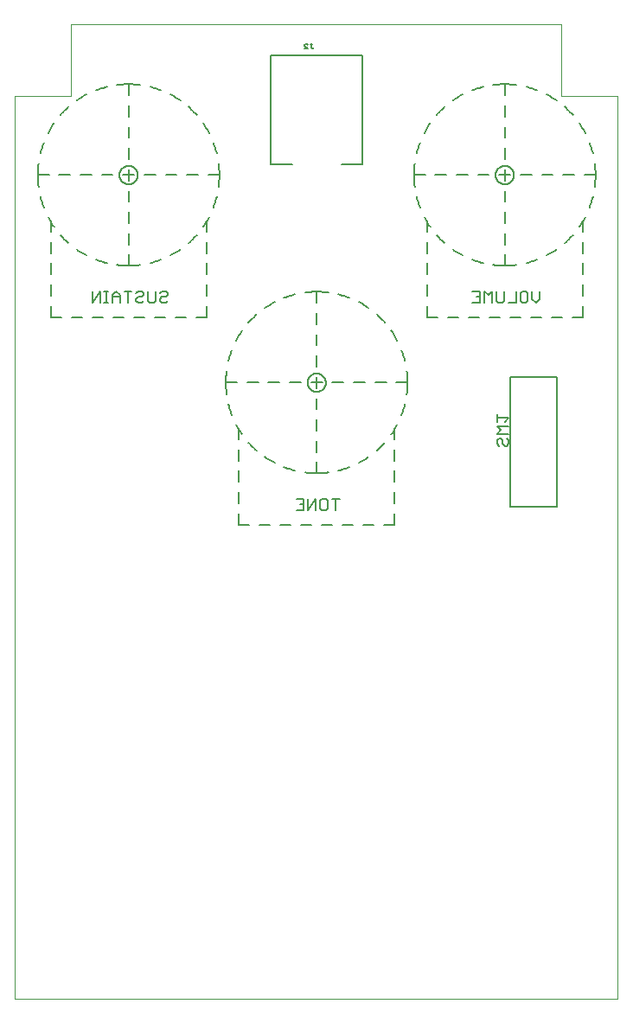
<source format=gbo>
G75*
%MOIN*%
%OFA0B0*%
%FSLAX25Y25*%
%IPPOS*%
%LPD*%
%AMOC8*
5,1,8,0,0,1.08239X$1,22.5*
%
%ADD10C,0.00500*%
%ADD11C,0.00600*%
%ADD12C,0.00800*%
%ADD13C,0.00000*%
D10*
X0091250Y0186663D02*
X0095305Y0186663D01*
X0091250Y0186663D02*
X0091250Y0191001D01*
X0091250Y0194938D02*
X0091250Y0199276D01*
X0091250Y0203213D02*
X0091250Y0207550D01*
X0091250Y0211487D02*
X0091250Y0215825D01*
X0091250Y0219762D02*
X0091250Y0224100D01*
X0090528Y0241600D02*
X0086250Y0241600D01*
X0094465Y0241600D02*
X0098743Y0241600D01*
X0102680Y0241600D02*
X0106959Y0241600D01*
X0110896Y0241600D02*
X0115174Y0241600D01*
X0119111Y0241600D02*
X0123389Y0241600D01*
X0155243Y0249935D02*
X0155057Y0250658D01*
X0154857Y0251377D01*
X0154640Y0252092D01*
X0154409Y0252802D01*
X0154163Y0253507D01*
X0153901Y0254206D01*
X0151972Y0241600D02*
X0156250Y0241600D01*
X0148035Y0241600D02*
X0143757Y0241600D01*
X0139820Y0241600D02*
X0135541Y0241600D01*
X0131604Y0241600D02*
X0127326Y0241600D01*
X0147531Y0264715D02*
X0147032Y0265271D01*
X0146521Y0265815D01*
X0145999Y0266349D01*
X0145465Y0266871D01*
X0144921Y0267382D01*
X0144365Y0267881D01*
X0163750Y0266663D02*
X0167805Y0266663D01*
X0171742Y0266663D02*
X0175797Y0266663D01*
X0179734Y0266663D02*
X0183789Y0266663D01*
X0187726Y0266663D02*
X0191781Y0266663D01*
X0195719Y0266663D02*
X0199774Y0266663D01*
X0203711Y0266663D02*
X0207766Y0266663D01*
X0211703Y0266663D02*
X0215758Y0266663D01*
X0219695Y0266663D02*
X0223750Y0266663D01*
X0223750Y0271001D01*
X0223750Y0274938D02*
X0223750Y0279276D01*
X0223750Y0283213D02*
X0223750Y0287550D01*
X0223750Y0291487D02*
X0223750Y0295825D01*
X0223750Y0299762D02*
X0223750Y0304100D01*
X0224472Y0321600D02*
X0228750Y0321600D01*
X0220535Y0321600D02*
X0216257Y0321600D01*
X0212320Y0321600D02*
X0208041Y0321600D01*
X0204104Y0321600D02*
X0199826Y0321600D01*
X0195889Y0321600D02*
X0191611Y0321600D01*
X0159757Y0329935D02*
X0159943Y0330658D01*
X0160143Y0331377D01*
X0160360Y0332092D01*
X0160591Y0332802D01*
X0160837Y0333507D01*
X0161099Y0334206D01*
X0163028Y0321600D02*
X0158750Y0321600D01*
X0166965Y0321600D02*
X0171243Y0321600D01*
X0175180Y0321600D02*
X0179459Y0321600D01*
X0183396Y0321600D02*
X0187674Y0321600D01*
X0167469Y0344715D02*
X0167968Y0345271D01*
X0168479Y0345815D01*
X0169001Y0346349D01*
X0169535Y0346871D01*
X0170079Y0347382D01*
X0170635Y0347881D01*
X0193750Y0348385D02*
X0193750Y0344107D01*
X0193750Y0340170D02*
X0193750Y0335891D01*
X0193750Y0331954D02*
X0193750Y0327676D01*
X0193750Y0323739D02*
X0193750Y0319461D01*
X0185414Y0287607D02*
X0184691Y0287793D01*
X0183972Y0287994D01*
X0183258Y0288210D01*
X0182548Y0288441D01*
X0181843Y0288688D01*
X0181144Y0288949D01*
X0193750Y0290878D02*
X0193750Y0286600D01*
X0193750Y0294815D02*
X0193750Y0299093D01*
X0193750Y0303030D02*
X0193750Y0307309D01*
X0193750Y0311246D02*
X0193750Y0315524D01*
X0202086Y0287607D02*
X0202809Y0287793D01*
X0203528Y0287994D01*
X0204242Y0288210D01*
X0204952Y0288441D01*
X0205657Y0288688D01*
X0206356Y0288949D01*
X0165041Y0301581D02*
X0164620Y0302198D01*
X0164213Y0302823D01*
X0163819Y0303457D01*
X0163439Y0304100D01*
X0163073Y0304750D01*
X0162720Y0305409D01*
X0163750Y0304100D02*
X0163750Y0299762D01*
X0163750Y0295825D02*
X0163750Y0291487D01*
X0163750Y0287550D02*
X0163750Y0283213D01*
X0163750Y0279276D02*
X0163750Y0274938D01*
X0163750Y0271001D02*
X0163750Y0266663D01*
X0151250Y0224100D02*
X0151250Y0219762D01*
X0151250Y0215825D02*
X0151250Y0211487D01*
X0151250Y0207550D02*
X0151250Y0203213D01*
X0151250Y0199276D02*
X0151250Y0194938D01*
X0151250Y0191001D02*
X0151250Y0186663D01*
X0147195Y0186663D01*
X0143258Y0186663D02*
X0139203Y0186663D01*
X0135266Y0186663D02*
X0131211Y0186663D01*
X0127274Y0186663D02*
X0123219Y0186663D01*
X0119281Y0186663D02*
X0115226Y0186663D01*
X0111289Y0186663D02*
X0107234Y0186663D01*
X0103297Y0186663D02*
X0099242Y0186663D01*
X0121250Y0206600D02*
X0121250Y0210878D01*
X0121250Y0214815D02*
X0121250Y0219093D01*
X0121250Y0223030D02*
X0121250Y0227309D01*
X0121250Y0231246D02*
X0121250Y0235524D01*
X0121250Y0239461D02*
X0121250Y0243739D01*
X0129585Y0275593D02*
X0130308Y0275407D01*
X0131027Y0275207D01*
X0131742Y0274990D01*
X0132452Y0274759D01*
X0133157Y0274513D01*
X0133856Y0274251D01*
X0121250Y0272322D02*
X0121250Y0276600D01*
X0121250Y0268385D02*
X0121250Y0264107D01*
X0121250Y0260170D02*
X0121250Y0255891D01*
X0121250Y0251954D02*
X0121250Y0247676D01*
X0112915Y0275593D02*
X0112192Y0275407D01*
X0111473Y0275207D01*
X0110758Y0274990D01*
X0110048Y0274759D01*
X0109343Y0274513D01*
X0108644Y0274251D01*
X0098135Y0267881D02*
X0097579Y0267382D01*
X0097035Y0266871D01*
X0096501Y0266349D01*
X0095979Y0265815D01*
X0095468Y0265271D01*
X0094969Y0264715D01*
X0078750Y0266663D02*
X0074695Y0266663D01*
X0078750Y0266663D02*
X0078750Y0271001D01*
X0078750Y0274938D02*
X0078750Y0279276D01*
X0078750Y0283213D02*
X0078750Y0287550D01*
X0078750Y0291487D02*
X0078750Y0295825D01*
X0078750Y0299762D02*
X0078750Y0304100D01*
X0079472Y0321600D02*
X0083750Y0321600D01*
X0075535Y0321600D02*
X0071257Y0321600D01*
X0067320Y0321600D02*
X0063041Y0321600D01*
X0059104Y0321600D02*
X0054826Y0321600D01*
X0050889Y0321600D02*
X0046611Y0321600D01*
X0014757Y0329935D02*
X0014943Y0330658D01*
X0015143Y0331377D01*
X0015360Y0332092D01*
X0015591Y0332802D01*
X0015837Y0333507D01*
X0016099Y0334206D01*
X0018028Y0321600D02*
X0013750Y0321600D01*
X0021965Y0321600D02*
X0026243Y0321600D01*
X0030180Y0321600D02*
X0034459Y0321600D01*
X0038396Y0321600D02*
X0042674Y0321600D01*
X0022469Y0344715D02*
X0022968Y0345271D01*
X0023479Y0345815D01*
X0024001Y0346349D01*
X0024535Y0346871D01*
X0025079Y0347382D01*
X0025635Y0347881D01*
X0048750Y0348385D02*
X0048750Y0344107D01*
X0048750Y0340170D02*
X0048750Y0335891D01*
X0048750Y0331954D02*
X0048750Y0327676D01*
X0048750Y0323739D02*
X0048750Y0319461D01*
X0040414Y0287607D02*
X0039691Y0287793D01*
X0038972Y0287994D01*
X0038258Y0288210D01*
X0037548Y0288441D01*
X0036843Y0288688D01*
X0036144Y0288949D01*
X0048750Y0290878D02*
X0048750Y0286600D01*
X0048750Y0294815D02*
X0048750Y0299093D01*
X0048750Y0303030D02*
X0048750Y0307309D01*
X0048750Y0311246D02*
X0048750Y0315524D01*
X0057086Y0287607D02*
X0057809Y0287793D01*
X0058528Y0287994D01*
X0059242Y0288210D01*
X0059952Y0288441D01*
X0060657Y0288688D01*
X0061356Y0288949D01*
X0062766Y0266663D02*
X0058711Y0266663D01*
X0054774Y0266663D02*
X0050719Y0266663D01*
X0046781Y0266663D02*
X0042726Y0266663D01*
X0038789Y0266663D02*
X0034734Y0266663D01*
X0030797Y0266663D02*
X0026742Y0266663D01*
X0022805Y0266663D02*
X0018750Y0266663D01*
X0018750Y0271001D01*
X0018750Y0274938D02*
X0018750Y0279276D01*
X0018750Y0283213D02*
X0018750Y0287550D01*
X0018750Y0291487D02*
X0018750Y0295825D01*
X0018750Y0299762D02*
X0018750Y0304100D01*
X0044283Y0356314D02*
X0045025Y0356401D01*
X0045768Y0356473D01*
X0046512Y0356528D01*
X0047258Y0356568D01*
X0048004Y0356592D01*
X0048750Y0356600D01*
X0048750Y0352322D01*
X0057085Y0355593D02*
X0057808Y0355407D01*
X0058527Y0355207D01*
X0059242Y0354990D01*
X0059952Y0354759D01*
X0060657Y0354513D01*
X0061356Y0354251D01*
X0071865Y0347881D02*
X0072421Y0347382D01*
X0072965Y0346871D01*
X0073499Y0346349D01*
X0074021Y0345815D01*
X0074532Y0345271D01*
X0075031Y0344715D01*
X0081401Y0334206D02*
X0081663Y0333507D01*
X0081909Y0332802D01*
X0082140Y0332092D01*
X0082357Y0331377D01*
X0082557Y0330658D01*
X0082743Y0329935D01*
X0083464Y0326067D02*
X0083551Y0325325D01*
X0083623Y0324582D01*
X0083678Y0323838D01*
X0083718Y0323092D01*
X0083742Y0322346D01*
X0083750Y0321600D01*
X0116542Y0370250D02*
X0117810Y0370250D01*
X0116542Y0371518D01*
X0116542Y0371835D01*
X0116859Y0372152D01*
X0117493Y0372152D01*
X0117810Y0371835D01*
X0118752Y0372152D02*
X0119386Y0372152D01*
X0119069Y0372152D02*
X0119069Y0370567D01*
X0119386Y0370250D01*
X0119703Y0370250D01*
X0120020Y0370567D01*
X0070758Y0266663D02*
X0066703Y0266663D01*
X0020041Y0301581D02*
X0019620Y0302198D01*
X0019213Y0302823D01*
X0018819Y0303457D01*
X0018439Y0304100D01*
X0018073Y0304750D01*
X0017720Y0305409D01*
X0017720Y0337791D02*
X0018073Y0338449D01*
X0018439Y0339100D01*
X0018819Y0339742D01*
X0019213Y0340377D01*
X0019620Y0341002D01*
X0020041Y0341619D01*
X0036144Y0354251D02*
X0036843Y0354513D01*
X0037548Y0354759D01*
X0038258Y0354990D01*
X0038973Y0355207D01*
X0039692Y0355407D01*
X0040415Y0355593D01*
X0014036Y0326067D02*
X0013949Y0325325D01*
X0013877Y0324582D01*
X0013822Y0323838D01*
X0013782Y0323092D01*
X0013758Y0322346D01*
X0013750Y0321600D01*
X0028731Y0350309D02*
X0029348Y0350730D01*
X0029973Y0351137D01*
X0030608Y0351531D01*
X0031250Y0351911D01*
X0031901Y0352277D01*
X0032559Y0352630D01*
X0064941Y0352630D02*
X0065599Y0352277D01*
X0066250Y0351911D01*
X0066892Y0351531D01*
X0067527Y0351137D01*
X0068152Y0350730D01*
X0068769Y0350309D01*
X0053217Y0356314D02*
X0052475Y0356401D01*
X0051732Y0356473D01*
X0050988Y0356528D01*
X0050242Y0356568D01*
X0049496Y0356592D01*
X0048750Y0356600D01*
X0077459Y0341619D02*
X0077880Y0341002D01*
X0078287Y0340377D01*
X0078681Y0339742D01*
X0079061Y0339100D01*
X0079427Y0338449D01*
X0079780Y0337791D01*
X0013750Y0321600D02*
X0013758Y0320853D01*
X0013782Y0320107D01*
X0013822Y0319362D01*
X0013877Y0318617D01*
X0013949Y0317874D01*
X0014036Y0317133D01*
X0048750Y0286600D02*
X0049497Y0286608D01*
X0050243Y0286632D01*
X0050988Y0286672D01*
X0051733Y0286727D01*
X0052476Y0286799D01*
X0053217Y0286886D01*
X0025635Y0295319D02*
X0025079Y0295818D01*
X0024535Y0296329D01*
X0024001Y0296851D01*
X0023479Y0297385D01*
X0022968Y0297929D01*
X0022469Y0298485D01*
X0077459Y0301581D02*
X0077880Y0302198D01*
X0078287Y0302823D01*
X0078681Y0303457D01*
X0079061Y0304100D01*
X0079427Y0304750D01*
X0079780Y0305409D01*
X0048750Y0286600D02*
X0048003Y0286608D01*
X0047257Y0286632D01*
X0046512Y0286672D01*
X0045767Y0286727D01*
X0045024Y0286799D01*
X0044283Y0286886D01*
X0071865Y0295319D02*
X0072421Y0295818D01*
X0072965Y0296329D01*
X0073499Y0296851D01*
X0074021Y0297385D01*
X0074532Y0297929D01*
X0075031Y0298485D01*
X0045215Y0321600D02*
X0045217Y0321719D01*
X0045223Y0321837D01*
X0045233Y0321956D01*
X0045247Y0322074D01*
X0045265Y0322191D01*
X0045287Y0322308D01*
X0045312Y0322424D01*
X0045342Y0322539D01*
X0045375Y0322653D01*
X0045413Y0322766D01*
X0045454Y0322877D01*
X0045498Y0322987D01*
X0045547Y0323095D01*
X0045599Y0323202D01*
X0045655Y0323307D01*
X0045714Y0323410D01*
X0045776Y0323511D01*
X0045842Y0323610D01*
X0045911Y0323707D01*
X0045984Y0323801D01*
X0046059Y0323892D01*
X0046138Y0323982D01*
X0046219Y0324068D01*
X0046303Y0324152D01*
X0046391Y0324232D01*
X0046480Y0324310D01*
X0046573Y0324385D01*
X0046667Y0324456D01*
X0046765Y0324525D01*
X0046864Y0324590D01*
X0046965Y0324651D01*
X0047069Y0324710D01*
X0047174Y0324764D01*
X0047282Y0324816D01*
X0047390Y0324863D01*
X0047501Y0324907D01*
X0047613Y0324947D01*
X0047726Y0324983D01*
X0047840Y0325016D01*
X0047955Y0325044D01*
X0048071Y0325069D01*
X0048188Y0325090D01*
X0048306Y0325107D01*
X0048424Y0325120D01*
X0048542Y0325129D01*
X0048661Y0325134D01*
X0048780Y0325135D01*
X0048898Y0325132D01*
X0049017Y0325125D01*
X0049135Y0325114D01*
X0049253Y0325099D01*
X0049370Y0325080D01*
X0049487Y0325057D01*
X0049603Y0325031D01*
X0049717Y0325000D01*
X0049831Y0324966D01*
X0049944Y0324927D01*
X0050055Y0324885D01*
X0050164Y0324840D01*
X0050272Y0324790D01*
X0050379Y0324737D01*
X0050483Y0324681D01*
X0050586Y0324621D01*
X0050686Y0324558D01*
X0050784Y0324491D01*
X0050880Y0324421D01*
X0050974Y0324348D01*
X0051065Y0324272D01*
X0051153Y0324192D01*
X0051239Y0324110D01*
X0051322Y0324025D01*
X0051402Y0323937D01*
X0051479Y0323847D01*
X0051553Y0323754D01*
X0051624Y0323659D01*
X0051691Y0323561D01*
X0051756Y0323461D01*
X0051816Y0323359D01*
X0051874Y0323255D01*
X0051928Y0323149D01*
X0051978Y0323041D01*
X0052024Y0322932D01*
X0052067Y0322821D01*
X0052106Y0322709D01*
X0052142Y0322596D01*
X0052173Y0322481D01*
X0052201Y0322366D01*
X0052225Y0322250D01*
X0052245Y0322132D01*
X0052261Y0322015D01*
X0052273Y0321897D01*
X0052281Y0321778D01*
X0052285Y0321659D01*
X0052285Y0321541D01*
X0052281Y0321422D01*
X0052273Y0321303D01*
X0052261Y0321185D01*
X0052245Y0321068D01*
X0052225Y0320950D01*
X0052201Y0320834D01*
X0052173Y0320719D01*
X0052142Y0320604D01*
X0052106Y0320491D01*
X0052067Y0320379D01*
X0052024Y0320268D01*
X0051978Y0320159D01*
X0051928Y0320051D01*
X0051874Y0319945D01*
X0051816Y0319841D01*
X0051756Y0319739D01*
X0051691Y0319639D01*
X0051624Y0319541D01*
X0051553Y0319446D01*
X0051479Y0319353D01*
X0051402Y0319263D01*
X0051322Y0319175D01*
X0051239Y0319090D01*
X0051153Y0319008D01*
X0051065Y0318928D01*
X0050974Y0318852D01*
X0050880Y0318779D01*
X0050784Y0318709D01*
X0050686Y0318642D01*
X0050586Y0318579D01*
X0050483Y0318519D01*
X0050379Y0318463D01*
X0050272Y0318410D01*
X0050164Y0318360D01*
X0050055Y0318315D01*
X0049944Y0318273D01*
X0049831Y0318234D01*
X0049717Y0318200D01*
X0049603Y0318169D01*
X0049487Y0318143D01*
X0049370Y0318120D01*
X0049253Y0318101D01*
X0049135Y0318086D01*
X0049017Y0318075D01*
X0048898Y0318068D01*
X0048780Y0318065D01*
X0048661Y0318066D01*
X0048542Y0318071D01*
X0048424Y0318080D01*
X0048306Y0318093D01*
X0048188Y0318110D01*
X0048071Y0318131D01*
X0047955Y0318156D01*
X0047840Y0318184D01*
X0047726Y0318217D01*
X0047613Y0318253D01*
X0047501Y0318293D01*
X0047390Y0318337D01*
X0047282Y0318384D01*
X0047174Y0318436D01*
X0047069Y0318490D01*
X0046965Y0318549D01*
X0046864Y0318610D01*
X0046765Y0318675D01*
X0046667Y0318744D01*
X0046573Y0318815D01*
X0046480Y0318890D01*
X0046391Y0318968D01*
X0046303Y0319048D01*
X0046219Y0319132D01*
X0046138Y0319218D01*
X0046059Y0319308D01*
X0045984Y0319399D01*
X0045911Y0319493D01*
X0045842Y0319590D01*
X0045776Y0319689D01*
X0045714Y0319790D01*
X0045655Y0319893D01*
X0045599Y0319998D01*
X0045547Y0320105D01*
X0045498Y0320213D01*
X0045454Y0320323D01*
X0045413Y0320434D01*
X0045375Y0320547D01*
X0045342Y0320661D01*
X0045312Y0320776D01*
X0045287Y0320892D01*
X0045265Y0321009D01*
X0045247Y0321126D01*
X0045233Y0321244D01*
X0045223Y0321363D01*
X0045217Y0321481D01*
X0045215Y0321600D01*
X0014757Y0313264D02*
X0014943Y0312541D01*
X0015144Y0311822D01*
X0015360Y0311108D01*
X0015591Y0310398D01*
X0015838Y0309693D01*
X0016099Y0308994D01*
X0083464Y0317133D02*
X0083551Y0317874D01*
X0083623Y0318617D01*
X0083678Y0319362D01*
X0083718Y0320107D01*
X0083742Y0320853D01*
X0083750Y0321600D01*
X0082743Y0313264D02*
X0082557Y0312541D01*
X0082356Y0311822D01*
X0082140Y0311108D01*
X0081909Y0310398D01*
X0081662Y0309693D01*
X0081401Y0308994D01*
X0032559Y0290570D02*
X0031900Y0290923D01*
X0031250Y0291289D01*
X0030607Y0291669D01*
X0029973Y0292063D01*
X0029348Y0292470D01*
X0028731Y0292891D01*
X0064941Y0290570D02*
X0065600Y0290923D01*
X0066250Y0291289D01*
X0066893Y0291669D01*
X0067527Y0292063D01*
X0068152Y0292470D01*
X0068769Y0292891D01*
X0088599Y0254206D02*
X0088337Y0253507D01*
X0088091Y0252802D01*
X0087860Y0252092D01*
X0087643Y0251377D01*
X0087443Y0250658D01*
X0087257Y0249935D01*
X0116783Y0276314D02*
X0117525Y0276401D01*
X0118268Y0276473D01*
X0119012Y0276528D01*
X0119758Y0276568D01*
X0120504Y0276592D01*
X0121250Y0276600D01*
X0155964Y0246067D02*
X0156051Y0245325D01*
X0156123Y0244582D01*
X0156178Y0243838D01*
X0156218Y0243092D01*
X0156242Y0242346D01*
X0156250Y0241600D01*
X0190750Y0229405D02*
X0190750Y0226402D01*
X0190750Y0227903D02*
X0195254Y0227903D01*
X0193753Y0226402D01*
X0195254Y0224801D02*
X0190750Y0224801D01*
X0192251Y0223299D01*
X0190750Y0221798D01*
X0195254Y0221798D01*
X0194503Y0220197D02*
X0195254Y0219446D01*
X0195254Y0217945D01*
X0194503Y0217194D01*
X0193753Y0217194D01*
X0193002Y0217945D01*
X0193002Y0219446D01*
X0192251Y0220197D01*
X0191501Y0220197D01*
X0190750Y0219446D01*
X0190750Y0217945D01*
X0191501Y0217194D01*
X0170635Y0295319D02*
X0170079Y0295818D01*
X0169535Y0296329D01*
X0169001Y0296851D01*
X0168479Y0297385D01*
X0167968Y0297929D01*
X0167469Y0298485D01*
X0162720Y0337791D02*
X0163073Y0338449D01*
X0163439Y0339100D01*
X0163819Y0339742D01*
X0164213Y0340377D01*
X0164620Y0341002D01*
X0165041Y0341619D01*
X0193750Y0352322D02*
X0193750Y0356600D01*
X0202085Y0355593D02*
X0202808Y0355407D01*
X0203527Y0355207D01*
X0204242Y0354990D01*
X0204952Y0354759D01*
X0205657Y0354513D01*
X0206356Y0354251D01*
X0216865Y0347881D02*
X0217421Y0347382D01*
X0217965Y0346871D01*
X0218499Y0346349D01*
X0219021Y0345815D01*
X0219532Y0345271D01*
X0220031Y0344715D01*
X0226401Y0334206D02*
X0226663Y0333507D01*
X0226909Y0332802D01*
X0227140Y0332092D01*
X0227357Y0331377D01*
X0227557Y0330658D01*
X0227743Y0329935D01*
X0228464Y0326067D02*
X0228551Y0325325D01*
X0228623Y0324582D01*
X0228678Y0323838D01*
X0228718Y0323092D01*
X0228742Y0322346D01*
X0228750Y0321600D01*
X0224780Y0337791D02*
X0224427Y0338449D01*
X0224061Y0339100D01*
X0223681Y0339742D01*
X0223287Y0340377D01*
X0222880Y0341002D01*
X0222459Y0341619D01*
X0198217Y0356314D02*
X0197475Y0356401D01*
X0196732Y0356473D01*
X0195988Y0356528D01*
X0195242Y0356568D01*
X0194496Y0356592D01*
X0193750Y0356600D01*
X0185415Y0355593D02*
X0184692Y0355407D01*
X0183973Y0355207D01*
X0183258Y0354990D01*
X0182548Y0354759D01*
X0181843Y0354513D01*
X0181144Y0354251D01*
X0189283Y0356314D02*
X0190025Y0356401D01*
X0190768Y0356473D01*
X0191512Y0356528D01*
X0192258Y0356568D01*
X0193004Y0356592D01*
X0193750Y0356600D01*
X0209941Y0352630D02*
X0210599Y0352277D01*
X0211250Y0351911D01*
X0211892Y0351531D01*
X0212527Y0351137D01*
X0213152Y0350730D01*
X0213769Y0350309D01*
X0177559Y0352630D02*
X0176901Y0352277D01*
X0176250Y0351911D01*
X0175608Y0351531D01*
X0174973Y0351137D01*
X0174348Y0350730D01*
X0173731Y0350309D01*
X0159036Y0326067D02*
X0158949Y0325325D01*
X0158877Y0324582D01*
X0158822Y0323838D01*
X0158782Y0323092D01*
X0158758Y0322346D01*
X0158750Y0321600D01*
X0193750Y0286600D02*
X0194497Y0286608D01*
X0195243Y0286632D01*
X0195988Y0286672D01*
X0196733Y0286727D01*
X0197476Y0286799D01*
X0198217Y0286886D01*
X0216865Y0295319D02*
X0217421Y0295818D01*
X0217965Y0296329D01*
X0218499Y0296851D01*
X0219021Y0297385D01*
X0219532Y0297929D01*
X0220031Y0298485D01*
X0193750Y0286600D02*
X0193003Y0286608D01*
X0192257Y0286632D01*
X0191512Y0286672D01*
X0190767Y0286727D01*
X0190024Y0286799D01*
X0189283Y0286886D01*
X0222459Y0301581D02*
X0222880Y0302198D01*
X0223287Y0302823D01*
X0223681Y0303457D01*
X0224061Y0304100D01*
X0224427Y0304750D01*
X0224780Y0305409D01*
X0159036Y0317133D02*
X0158949Y0317874D01*
X0158877Y0318617D01*
X0158822Y0319362D01*
X0158782Y0320107D01*
X0158758Y0320853D01*
X0158750Y0321600D01*
X0159757Y0313264D02*
X0159943Y0312541D01*
X0160144Y0311822D01*
X0160360Y0311108D01*
X0160591Y0310398D01*
X0160838Y0309693D01*
X0161099Y0308994D01*
X0228464Y0317133D02*
X0228551Y0317874D01*
X0228623Y0318617D01*
X0228678Y0319362D01*
X0228718Y0320107D01*
X0228742Y0320853D01*
X0228750Y0321600D01*
X0227743Y0313264D02*
X0227557Y0312541D01*
X0227356Y0311822D01*
X0227140Y0311108D01*
X0226909Y0310398D01*
X0226662Y0309693D01*
X0226401Y0308994D01*
X0190215Y0321600D02*
X0190217Y0321719D01*
X0190223Y0321837D01*
X0190233Y0321956D01*
X0190247Y0322074D01*
X0190265Y0322191D01*
X0190287Y0322308D01*
X0190312Y0322424D01*
X0190342Y0322539D01*
X0190375Y0322653D01*
X0190413Y0322766D01*
X0190454Y0322877D01*
X0190498Y0322987D01*
X0190547Y0323095D01*
X0190599Y0323202D01*
X0190655Y0323307D01*
X0190714Y0323410D01*
X0190776Y0323511D01*
X0190842Y0323610D01*
X0190911Y0323707D01*
X0190984Y0323801D01*
X0191059Y0323892D01*
X0191138Y0323982D01*
X0191219Y0324068D01*
X0191303Y0324152D01*
X0191391Y0324232D01*
X0191480Y0324310D01*
X0191573Y0324385D01*
X0191667Y0324456D01*
X0191765Y0324525D01*
X0191864Y0324590D01*
X0191965Y0324651D01*
X0192069Y0324710D01*
X0192174Y0324764D01*
X0192282Y0324816D01*
X0192390Y0324863D01*
X0192501Y0324907D01*
X0192613Y0324947D01*
X0192726Y0324983D01*
X0192840Y0325016D01*
X0192955Y0325044D01*
X0193071Y0325069D01*
X0193188Y0325090D01*
X0193306Y0325107D01*
X0193424Y0325120D01*
X0193542Y0325129D01*
X0193661Y0325134D01*
X0193780Y0325135D01*
X0193898Y0325132D01*
X0194017Y0325125D01*
X0194135Y0325114D01*
X0194253Y0325099D01*
X0194370Y0325080D01*
X0194487Y0325057D01*
X0194603Y0325031D01*
X0194717Y0325000D01*
X0194831Y0324966D01*
X0194944Y0324927D01*
X0195055Y0324885D01*
X0195164Y0324840D01*
X0195272Y0324790D01*
X0195379Y0324737D01*
X0195483Y0324681D01*
X0195586Y0324621D01*
X0195686Y0324558D01*
X0195784Y0324491D01*
X0195880Y0324421D01*
X0195974Y0324348D01*
X0196065Y0324272D01*
X0196153Y0324192D01*
X0196239Y0324110D01*
X0196322Y0324025D01*
X0196402Y0323937D01*
X0196479Y0323847D01*
X0196553Y0323754D01*
X0196624Y0323659D01*
X0196691Y0323561D01*
X0196756Y0323461D01*
X0196816Y0323359D01*
X0196874Y0323255D01*
X0196928Y0323149D01*
X0196978Y0323041D01*
X0197024Y0322932D01*
X0197067Y0322821D01*
X0197106Y0322709D01*
X0197142Y0322596D01*
X0197173Y0322481D01*
X0197201Y0322366D01*
X0197225Y0322250D01*
X0197245Y0322132D01*
X0197261Y0322015D01*
X0197273Y0321897D01*
X0197281Y0321778D01*
X0197285Y0321659D01*
X0197285Y0321541D01*
X0197281Y0321422D01*
X0197273Y0321303D01*
X0197261Y0321185D01*
X0197245Y0321068D01*
X0197225Y0320950D01*
X0197201Y0320834D01*
X0197173Y0320719D01*
X0197142Y0320604D01*
X0197106Y0320491D01*
X0197067Y0320379D01*
X0197024Y0320268D01*
X0196978Y0320159D01*
X0196928Y0320051D01*
X0196874Y0319945D01*
X0196816Y0319841D01*
X0196756Y0319739D01*
X0196691Y0319639D01*
X0196624Y0319541D01*
X0196553Y0319446D01*
X0196479Y0319353D01*
X0196402Y0319263D01*
X0196322Y0319175D01*
X0196239Y0319090D01*
X0196153Y0319008D01*
X0196065Y0318928D01*
X0195974Y0318852D01*
X0195880Y0318779D01*
X0195784Y0318709D01*
X0195686Y0318642D01*
X0195586Y0318579D01*
X0195483Y0318519D01*
X0195379Y0318463D01*
X0195272Y0318410D01*
X0195164Y0318360D01*
X0195055Y0318315D01*
X0194944Y0318273D01*
X0194831Y0318234D01*
X0194717Y0318200D01*
X0194603Y0318169D01*
X0194487Y0318143D01*
X0194370Y0318120D01*
X0194253Y0318101D01*
X0194135Y0318086D01*
X0194017Y0318075D01*
X0193898Y0318068D01*
X0193780Y0318065D01*
X0193661Y0318066D01*
X0193542Y0318071D01*
X0193424Y0318080D01*
X0193306Y0318093D01*
X0193188Y0318110D01*
X0193071Y0318131D01*
X0192955Y0318156D01*
X0192840Y0318184D01*
X0192726Y0318217D01*
X0192613Y0318253D01*
X0192501Y0318293D01*
X0192390Y0318337D01*
X0192282Y0318384D01*
X0192174Y0318436D01*
X0192069Y0318490D01*
X0191965Y0318549D01*
X0191864Y0318610D01*
X0191765Y0318675D01*
X0191667Y0318744D01*
X0191573Y0318815D01*
X0191480Y0318890D01*
X0191391Y0318968D01*
X0191303Y0319048D01*
X0191219Y0319132D01*
X0191138Y0319218D01*
X0191059Y0319308D01*
X0190984Y0319399D01*
X0190911Y0319493D01*
X0190842Y0319590D01*
X0190776Y0319689D01*
X0190714Y0319790D01*
X0190655Y0319893D01*
X0190599Y0319998D01*
X0190547Y0320105D01*
X0190498Y0320213D01*
X0190454Y0320323D01*
X0190413Y0320434D01*
X0190375Y0320547D01*
X0190342Y0320661D01*
X0190312Y0320776D01*
X0190287Y0320892D01*
X0190265Y0321009D01*
X0190247Y0321126D01*
X0190233Y0321244D01*
X0190223Y0321363D01*
X0190217Y0321481D01*
X0190215Y0321600D01*
X0209941Y0290570D02*
X0210600Y0290923D01*
X0211250Y0291289D01*
X0211893Y0291669D01*
X0212527Y0292063D01*
X0213152Y0292470D01*
X0213769Y0292891D01*
X0177559Y0290570D02*
X0176900Y0290923D01*
X0176250Y0291289D01*
X0175607Y0291669D01*
X0174973Y0292063D01*
X0174348Y0292470D01*
X0173731Y0292891D01*
X0125717Y0276314D02*
X0124975Y0276401D01*
X0124232Y0276473D01*
X0123488Y0276528D01*
X0122742Y0276568D01*
X0121996Y0276592D01*
X0121250Y0276600D01*
X0137441Y0272630D02*
X0138099Y0272277D01*
X0138750Y0271911D01*
X0139392Y0271531D01*
X0140027Y0271137D01*
X0140652Y0270730D01*
X0141269Y0270309D01*
X0149959Y0261619D02*
X0150380Y0261002D01*
X0150787Y0260377D01*
X0151181Y0259742D01*
X0151561Y0259100D01*
X0151927Y0258449D01*
X0152280Y0257791D01*
X0086250Y0241600D02*
X0086258Y0240853D01*
X0086282Y0240107D01*
X0086322Y0239362D01*
X0086377Y0238617D01*
X0086449Y0237874D01*
X0086536Y0237133D01*
X0090220Y0257791D02*
X0090573Y0258449D01*
X0090939Y0259100D01*
X0091319Y0259742D01*
X0091713Y0260377D01*
X0092120Y0261002D01*
X0092541Y0261619D01*
X0086536Y0246067D02*
X0086449Y0245325D01*
X0086377Y0244582D01*
X0086322Y0243838D01*
X0086282Y0243092D01*
X0086258Y0242346D01*
X0086250Y0241600D01*
X0101231Y0270309D02*
X0101848Y0270730D01*
X0102473Y0271137D01*
X0103108Y0271531D01*
X0103750Y0271911D01*
X0104401Y0272277D01*
X0105059Y0272630D01*
X0087257Y0233264D02*
X0087443Y0232541D01*
X0087644Y0231822D01*
X0087860Y0231108D01*
X0088091Y0230398D01*
X0088338Y0229693D01*
X0088599Y0228994D01*
X0129586Y0207607D02*
X0130309Y0207793D01*
X0131028Y0207994D01*
X0131742Y0208210D01*
X0132452Y0208441D01*
X0133157Y0208688D01*
X0133856Y0208949D01*
X0112914Y0207607D02*
X0112191Y0207793D01*
X0111472Y0207994D01*
X0110758Y0208210D01*
X0110048Y0208441D01*
X0109343Y0208688D01*
X0108644Y0208949D01*
X0149959Y0221581D02*
X0150380Y0222198D01*
X0150787Y0222823D01*
X0151181Y0223457D01*
X0151561Y0224100D01*
X0151927Y0224750D01*
X0152280Y0225409D01*
X0092541Y0221581D02*
X0092120Y0222198D01*
X0091713Y0222823D01*
X0091319Y0223457D01*
X0090939Y0224100D01*
X0090573Y0224750D01*
X0090220Y0225409D01*
X0121250Y0206600D02*
X0121997Y0206608D01*
X0122743Y0206632D01*
X0123488Y0206672D01*
X0124233Y0206727D01*
X0124976Y0206799D01*
X0125717Y0206886D01*
X0098135Y0215319D02*
X0097579Y0215818D01*
X0097035Y0216329D01*
X0096501Y0216851D01*
X0095979Y0217385D01*
X0095468Y0217929D01*
X0094969Y0218485D01*
X0144365Y0215319D02*
X0144921Y0215818D01*
X0145465Y0216329D01*
X0145999Y0216851D01*
X0146521Y0217385D01*
X0147032Y0217929D01*
X0147531Y0218485D01*
X0121250Y0206600D02*
X0120503Y0206608D01*
X0119757Y0206632D01*
X0119012Y0206672D01*
X0118267Y0206727D01*
X0117524Y0206799D01*
X0116783Y0206886D01*
X0117715Y0241600D02*
X0117717Y0241719D01*
X0117723Y0241837D01*
X0117733Y0241956D01*
X0117747Y0242074D01*
X0117765Y0242191D01*
X0117787Y0242308D01*
X0117812Y0242424D01*
X0117842Y0242539D01*
X0117875Y0242653D01*
X0117913Y0242766D01*
X0117954Y0242877D01*
X0117998Y0242987D01*
X0118047Y0243095D01*
X0118099Y0243202D01*
X0118155Y0243307D01*
X0118214Y0243410D01*
X0118276Y0243511D01*
X0118342Y0243610D01*
X0118411Y0243707D01*
X0118484Y0243801D01*
X0118559Y0243892D01*
X0118638Y0243982D01*
X0118719Y0244068D01*
X0118803Y0244152D01*
X0118891Y0244232D01*
X0118980Y0244310D01*
X0119073Y0244385D01*
X0119167Y0244456D01*
X0119265Y0244525D01*
X0119364Y0244590D01*
X0119465Y0244651D01*
X0119569Y0244710D01*
X0119674Y0244764D01*
X0119782Y0244816D01*
X0119890Y0244863D01*
X0120001Y0244907D01*
X0120113Y0244947D01*
X0120226Y0244983D01*
X0120340Y0245016D01*
X0120455Y0245044D01*
X0120571Y0245069D01*
X0120688Y0245090D01*
X0120806Y0245107D01*
X0120924Y0245120D01*
X0121042Y0245129D01*
X0121161Y0245134D01*
X0121280Y0245135D01*
X0121398Y0245132D01*
X0121517Y0245125D01*
X0121635Y0245114D01*
X0121753Y0245099D01*
X0121870Y0245080D01*
X0121987Y0245057D01*
X0122103Y0245031D01*
X0122217Y0245000D01*
X0122331Y0244966D01*
X0122444Y0244927D01*
X0122555Y0244885D01*
X0122664Y0244840D01*
X0122772Y0244790D01*
X0122879Y0244737D01*
X0122983Y0244681D01*
X0123086Y0244621D01*
X0123186Y0244558D01*
X0123284Y0244491D01*
X0123380Y0244421D01*
X0123474Y0244348D01*
X0123565Y0244272D01*
X0123653Y0244192D01*
X0123739Y0244110D01*
X0123822Y0244025D01*
X0123902Y0243937D01*
X0123979Y0243847D01*
X0124053Y0243754D01*
X0124124Y0243659D01*
X0124191Y0243561D01*
X0124256Y0243461D01*
X0124316Y0243359D01*
X0124374Y0243255D01*
X0124428Y0243149D01*
X0124478Y0243041D01*
X0124524Y0242932D01*
X0124567Y0242821D01*
X0124606Y0242709D01*
X0124642Y0242596D01*
X0124673Y0242481D01*
X0124701Y0242366D01*
X0124725Y0242250D01*
X0124745Y0242132D01*
X0124761Y0242015D01*
X0124773Y0241897D01*
X0124781Y0241778D01*
X0124785Y0241659D01*
X0124785Y0241541D01*
X0124781Y0241422D01*
X0124773Y0241303D01*
X0124761Y0241185D01*
X0124745Y0241068D01*
X0124725Y0240950D01*
X0124701Y0240834D01*
X0124673Y0240719D01*
X0124642Y0240604D01*
X0124606Y0240491D01*
X0124567Y0240379D01*
X0124524Y0240268D01*
X0124478Y0240159D01*
X0124428Y0240051D01*
X0124374Y0239945D01*
X0124316Y0239841D01*
X0124256Y0239739D01*
X0124191Y0239639D01*
X0124124Y0239541D01*
X0124053Y0239446D01*
X0123979Y0239353D01*
X0123902Y0239263D01*
X0123822Y0239175D01*
X0123739Y0239090D01*
X0123653Y0239008D01*
X0123565Y0238928D01*
X0123474Y0238852D01*
X0123380Y0238779D01*
X0123284Y0238709D01*
X0123186Y0238642D01*
X0123086Y0238579D01*
X0122983Y0238519D01*
X0122879Y0238463D01*
X0122772Y0238410D01*
X0122664Y0238360D01*
X0122555Y0238315D01*
X0122444Y0238273D01*
X0122331Y0238234D01*
X0122217Y0238200D01*
X0122103Y0238169D01*
X0121987Y0238143D01*
X0121870Y0238120D01*
X0121753Y0238101D01*
X0121635Y0238086D01*
X0121517Y0238075D01*
X0121398Y0238068D01*
X0121280Y0238065D01*
X0121161Y0238066D01*
X0121042Y0238071D01*
X0120924Y0238080D01*
X0120806Y0238093D01*
X0120688Y0238110D01*
X0120571Y0238131D01*
X0120455Y0238156D01*
X0120340Y0238184D01*
X0120226Y0238217D01*
X0120113Y0238253D01*
X0120001Y0238293D01*
X0119890Y0238337D01*
X0119782Y0238384D01*
X0119674Y0238436D01*
X0119569Y0238490D01*
X0119465Y0238549D01*
X0119364Y0238610D01*
X0119265Y0238675D01*
X0119167Y0238744D01*
X0119073Y0238815D01*
X0118980Y0238890D01*
X0118891Y0238968D01*
X0118803Y0239048D01*
X0118719Y0239132D01*
X0118638Y0239218D01*
X0118559Y0239308D01*
X0118484Y0239399D01*
X0118411Y0239493D01*
X0118342Y0239590D01*
X0118276Y0239689D01*
X0118214Y0239790D01*
X0118155Y0239893D01*
X0118099Y0239998D01*
X0118047Y0240105D01*
X0117998Y0240213D01*
X0117954Y0240323D01*
X0117913Y0240434D01*
X0117875Y0240547D01*
X0117842Y0240661D01*
X0117812Y0240776D01*
X0117787Y0240892D01*
X0117765Y0241009D01*
X0117747Y0241126D01*
X0117733Y0241244D01*
X0117723Y0241363D01*
X0117717Y0241481D01*
X0117715Y0241600D01*
X0155964Y0237133D02*
X0156051Y0237874D01*
X0156123Y0238617D01*
X0156178Y0239362D01*
X0156218Y0240107D01*
X0156242Y0240853D01*
X0156250Y0241600D01*
X0155243Y0233264D02*
X0155057Y0232541D01*
X0154856Y0231822D01*
X0154640Y0231108D01*
X0154409Y0230398D01*
X0154162Y0229693D01*
X0153901Y0228994D01*
X0105059Y0210570D02*
X0104400Y0210923D01*
X0103750Y0211289D01*
X0103107Y0211669D01*
X0102473Y0212063D01*
X0101848Y0212470D01*
X0101231Y0212891D01*
X0137441Y0210570D02*
X0138100Y0210923D01*
X0138750Y0211289D01*
X0139393Y0211669D01*
X0140027Y0212063D01*
X0140652Y0212470D01*
X0141269Y0212891D01*
D11*
X0130158Y0196804D02*
X0127222Y0196804D01*
X0128690Y0196804D02*
X0128690Y0192400D01*
X0125554Y0193134D02*
X0125554Y0196070D01*
X0124820Y0196804D01*
X0123352Y0196804D01*
X0122618Y0196070D01*
X0122618Y0193134D01*
X0123352Y0192400D01*
X0124820Y0192400D01*
X0125554Y0193134D01*
X0120950Y0192400D02*
X0120950Y0196804D01*
X0118014Y0192400D01*
X0118014Y0196804D01*
X0116346Y0196804D02*
X0116346Y0192400D01*
X0113410Y0192400D01*
X0114878Y0194602D02*
X0116346Y0194602D01*
X0116346Y0196804D02*
X0113410Y0196804D01*
X0063062Y0272400D02*
X0063796Y0273134D01*
X0063062Y0272400D02*
X0061595Y0272400D01*
X0060861Y0273134D01*
X0060861Y0273868D01*
X0061595Y0274602D01*
X0063062Y0274602D01*
X0063796Y0275336D01*
X0063796Y0276070D01*
X0063062Y0276804D01*
X0061595Y0276804D01*
X0060861Y0276070D01*
X0059193Y0276804D02*
X0059193Y0273134D01*
X0058459Y0272400D01*
X0056991Y0272400D01*
X0056257Y0273134D01*
X0056257Y0276804D01*
X0054589Y0276070D02*
X0054589Y0275336D01*
X0053855Y0274602D01*
X0052387Y0274602D01*
X0051653Y0273868D01*
X0051653Y0273134D01*
X0052387Y0272400D01*
X0053855Y0272400D01*
X0054589Y0273134D01*
X0054589Y0276070D02*
X0053855Y0276804D01*
X0052387Y0276804D01*
X0051653Y0276070D01*
X0049985Y0276804D02*
X0047049Y0276804D01*
X0048517Y0276804D02*
X0048517Y0272400D01*
X0045381Y0272400D02*
X0045381Y0275336D01*
X0043913Y0276804D01*
X0042445Y0275336D01*
X0042445Y0272400D01*
X0040777Y0272400D02*
X0039309Y0272400D01*
X0040043Y0272400D02*
X0040043Y0276804D01*
X0040777Y0276804D02*
X0039309Y0276804D01*
X0037708Y0276804D02*
X0037708Y0272400D01*
X0034772Y0272400D02*
X0034772Y0276804D01*
X0037708Y0276804D02*
X0034772Y0272400D01*
X0042445Y0274602D02*
X0045381Y0274602D01*
X0181306Y0272400D02*
X0184242Y0272400D01*
X0184242Y0276804D01*
X0181306Y0276804D01*
X0182774Y0274602D02*
X0184242Y0274602D01*
X0185910Y0276804D02*
X0185910Y0272400D01*
X0188846Y0272400D02*
X0188846Y0276804D01*
X0187378Y0275336D01*
X0185910Y0276804D01*
X0190514Y0276804D02*
X0190514Y0273134D01*
X0191248Y0272400D01*
X0192716Y0272400D01*
X0193450Y0273134D01*
X0193450Y0276804D01*
X0195118Y0272400D02*
X0198054Y0272400D01*
X0198054Y0276804D01*
X0199722Y0276070D02*
X0199722Y0273134D01*
X0200456Y0272400D01*
X0201924Y0272400D01*
X0202658Y0273134D01*
X0202658Y0276070D01*
X0201924Y0276804D01*
X0200456Y0276804D01*
X0199722Y0276070D01*
X0204326Y0276804D02*
X0204326Y0273868D01*
X0205794Y0272400D01*
X0207262Y0273868D01*
X0207262Y0276804D01*
X0213900Y0243850D02*
X0196000Y0243850D01*
X0196000Y0193850D01*
X0213975Y0193850D01*
X0214000Y0193850D02*
X0214000Y0243850D01*
D12*
X0138967Y0325663D02*
X0138967Y0328419D01*
X0138950Y0328400D02*
X0138950Y0347775D01*
X0138967Y0346923D02*
X0138967Y0367789D01*
X0103533Y0367789D01*
X0103533Y0325663D01*
X0111801Y0325663D01*
X0130699Y0325663D02*
X0138967Y0325663D01*
D13*
X0237283Y0004100D02*
X0005000Y0004100D01*
X0005000Y0352131D01*
X0026654Y0352131D01*
X0026654Y0379691D01*
X0215630Y0379691D01*
X0215630Y0352131D01*
X0237283Y0352131D01*
X0237283Y0004100D01*
M02*

</source>
